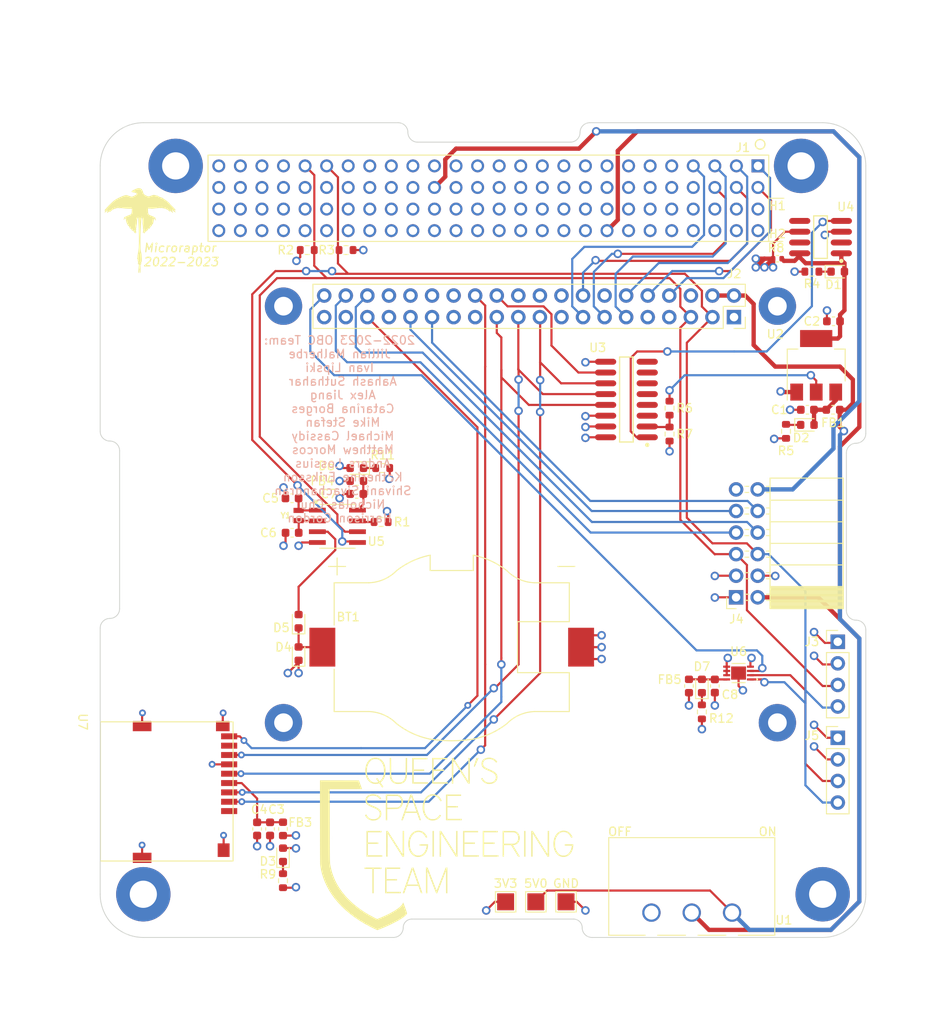
<source format=kicad_pcb>
(kicad_pcb (version 20211014) (generator pcbnew)
  (layers (0 "F.Cu" signal) (1 "In1.Cu" signal) (2 "In2.Cu" signal) (31 "B.Cu" signal) (34 "B.Paste" user) (35 "F.Paste" user) (36 "B.SilkS" user "B.Silkscreen") (37 "F.SilkS" user "F.Silkscreen") (38 "B.Mask" user) (39 "F.Mask" user) (44 "Edge.Cuts" user))
  (net 0 "")
  (net 5 "COMM_TXD")
  (net 6 "COMM_RXD")
  (net 7 "COMM_CTS")
  (net 8 "COMM_RTS")
  (net 9 "ADCS_INT")
  (net 10 "EPS_INT")
  (net 11 "BAT_INT")
  (net 36 "5VUSB_CHG")
  (net 45 "I2C_SDA1")
  (net 47 "I2C_SCL1")
  (net 61 "GND")
  (net 65 "SW7_5V_Input")
  (net 67 "+3V3")
  (net 71 "+5V")
  (net 93 "SPI1_MOSI")
  (net 94 "SPI1_MISO")
  (net 101 "SPI1_CLK")
  (net 102 "SPI1_CE0_N")
  (net 109 "SPI1_CE1_N")
  (net 112 "GPIO5")
  (net 113 "GPIO6")
  (net 114 "GPIO12")
  (net 115 "GPIO13")
  (net 116 "GPIO19")
  (net 117 "GPIO16")
  (net 118 "GPIO26")
  (net 119 "GPIO20")
  (net 120 "GPIO21")
  (net 121 "GND_CHG")
  (net 122 "RTC_MFP")
  (net 124 "Net-(C1-Pad2)")
  (net 125 "Net-(D2-Pad1)")
  (net 126 "/current-monitor/PM_Input")
  (net 127 "/current-monitor/CH1")
  (net 134 "Net-(U3-Pad1)")
  (net 138 "Net-(D3-Pad1)")
  (net 139 "Net-(BT1-Pad+)")
  (net 140 "XCO1")
  (net 141 "XCO2")
  (net 142 "Net-(C7-Pad2)")
  (net 143 "VCC_BAT")
  (net 144 "Net-(D6-Pad1)")
  (net 145 "Net-(C8-Pad1)")
  (net 146 "Net-(D7-Pad1)")
  (net 151 "Net-(D1-Pad1)")
  (net 152 "VCC_RPI_3V3")
  (net 153 "Net-(C3-Pad1)")
  (footprint "LED_SMD:LED_0603_1608Metric" (layer "F.Cu") (at 130.75 133.15 90)
    (fp_text reference "D3")
    (fp_text value "LED")
  )
  (footprint "Resistor_SMD:R_0402_1005Metric" (layer "F.Cu") (at 188.976 62.992 180)
    (fp_text reference "R8")
    (fp_text value "100m")
  )
  (footprint "MountingHole:MountingHole_3.2mm_M3_Pad_TopBottom" (layer "F.Cu") (at 191.77 52.07)
    (fp_text reference "H2")
    (fp_text value "MountingHole_Pad")
  )
  (footprint "Daughterboard_footprints:Logosmaller" (layer "F.Cu") (at 150.114 131.572)
    (fp_text reference "G***" hide)
    (fp_text value "LOGO" hide)
  )
  (footprint "LED_SMD:LED_0603_1608Metric" (layer "F.Cu") (at 180.086 113.284 90)
    (fp_text reference "D7")
    (fp_text value "LED")
  )
  (footprint "Package_TO_SOT_SMD:SOT-223-3_TabPin2" (layer "F.Cu") (at 193.548 75.54 90)
    (fp_text reference "U2")
    (fp_text value "AZ1117IH-3.3TRG1")
  )
  (footprint "Resistor_SMD:R_0603_1608Metric" (layer "F.Cu") (at 189.992 83.312 -90)
    (fp_text reference "R5")
    (fp_text value "2.2k")
  )
  (footprint "TestPoint:TestPoint_Pad_2.0x2.0mm" (layer "F.Cu") (at 164.084 138.684)
    (fp_text reference "TP3")
    (fp_text value "GND")
  )
  (footprint "Resistor_SMD:R_0603_1608Metric" (layer "F.Cu") (at 193.04 64.516 180)
    (fp_text reference "R4")
    (fp_text value "2.2k")
  )
  (footprint "Capacitor_SMD:C_0603_1608Metric" (layer "F.Cu") (at 195.58 70.358 180)
    (fp_text reference "C2")
    (fp_text value "22uF")
  )
  (footprint "MountingHole:MountingHole_3.2mm_M3_Pad_TopBottom" (layer "F.Cu") (at 118.11 52.07)
    (fp_text reference "H1")
    (fp_text value "MountingHole_Pad")
  )
  (footprint "Resistor_SMD:R_0603_1608Metric" (layer "F.Cu") (at 138.176 61.976 180)
    (fp_text reference "R3")
    (fp_text value "10k")
  )
  (footprint "Capacitor_SMD:C_0603_1608Metric" (layer "F.Cu") (at 131.826 95.25)
    (fp_text reference "C6")
    (fp_text value "18pF")
  )
  (footprint "MountingHole:MountingHole_2.2mm_M2_Pad_TopBottom" (layer "F.Cu") (at 188.976 117.602)
    (fp_text reference "H8")
    (fp_text value "MountingHole_Pad")
  )
  (footprint "qset-footprints:BAT_BHSD-2032-SM" (layer "F.Cu") (at 150.622 108.712)
    (fp_text reference "BT1")
    (fp_text value "BHSD-2032-SM")
  )
  (footprint "Connector_PinHeader_2.54mm:PinHeader_1x04_P2.54mm_Vertical" (layer "F.Cu") (at 196.088 108.077)
    (fp_text reference "J3")
    (fp_text value "Temp Sens1 Connector ")
  )
  (footprint "qset-footprints:L102021MS02Q" (layer "F.Cu") (at 183.642 139.954 180)
    (fp_text reference "U1")
    (fp_text value "L102021MS02Q")
  )
  (footprint "qset-footprints:MCP9808T-E&slash_MC" (layer "F.Cu") (at 184.404 111.75965 180)
    (fp_text reference "U6")
    (fp_text value "MCP9808T-E/MC")
  )
  (footprint "Resistor_SMD:R_0603_1608Metric" (layer "F.Cu") (at 142.303 93.98 180)
    (fp_text reference "R1")
    (fp_text value "10k")
  )
  (footprint "Capacitor_SMD:C_0603_1608Metric" (layer "F.Cu") (at 129.226 130.102 -90)
    (fp_text reference "C3")
    (fp_text value "10uF")
  )
  (footprint "MountingHole:MountingHole_3.2mm_M3_Pad_TopBottom" (layer "F.Cu") (at 114.3 137.795)
    (fp_text reference "H4")
    (fp_text value "MountingHole_Pad")
  )
  (footprint "Resistor_SMD:R_0603_1608Metric" (layer "F.Cu") (at 176.276 80.581 -90)
    (fp_text reference "R6")
    (fp_text value "20k")
  )
  (footprint "qset-footprints:microraptor" (layer "F.Cu") (at 113.919 59.69)
    (fp_text reference "G***")
    (fp_text value "LOGO" hide)
  )
  (footprint "Connector_PinSocket_2.54mm:PinSocket_2x20_P2.54mm_Vertical" (layer "F.Cu") (at 183.866 69.87 -90)
    (fp_text reference "J2")
    (fp_text value "Raspberry Pi 4 Connector")
  )
  (footprint "Capacitor_SMD:C_0603_1608Metric" (layer "F.Cu") (at 127.702 130.102 -90)
    (fp_text reference "C4")
    (fp_text value "0.1uF")
  )
  (footprint "Capacitor_SMD:C_0603_1608Metric" (layer "F.Cu") (at 131.813 91.186)
    (fp_text reference "C5")
    (fp_text value "18pF")
  )
  (footprint "qset-footprints:Maxim-MAX4372FESA+-Level_A" (layer "F.Cu") (at 194.056 60.452 180)
    (fp_text reference "U4")
    (fp_text value "MAX4372FESA+")
  )
  (footprint "Diode_SMD:D_0603_1608Metric" (layer "F.Cu") (at 132.588 109.474 90)
    (fp_text reference "D4")
    (fp_text value "DIODE")
  )
  (footprint "qset-footprints:MCP79400T-I&slash_SN" (layer "F.Cu") (at 137.16 94.488)
    (fp_text reference "U5")
    (fp_text value "MCP79400T-I/SN")
  )
  (footprint "Connector_PinSocket_2.54mm:PinSocket_2x06_P2.54mm_Horizontal" (layer "F.Cu") (at 184.113 102.845 180)
    (fp_text reference "J4")
    (fp_text value "Test Connector")
  )
  (footprint "MountingHole:MountingHole_2.2mm_M2_Pad_TopBottom" (layer "F.Cu") (at 130.81 68.58)
    (fp_text reference "H5")
    (fp_text value "MountingHole_Pad")
  )
  (footprint "Inductor_SMD:L_0603_1608Metric" (layer "F.Cu") (at 130.75 130.102 90)
    (fp_text reference "FB3")
    (fp_text value "100R @ 100 MHz")
  )
  (footprint "Inductor_SMD:L_0603_1608Metric" (layer "F.Cu") (at 178.562 113.284 90)
    (fp_text reference "FB5")
    (fp_text value "100R @ 100 MHz")
  )
  (footprint "qset-footprints:MR01A-01211" (layer "F.Cu") (at 109.25 117.5 -90)
    (fp_text reference "U7")
    (fp_text value "MR01A-01211")
  )
  (footprint "TestPoint:TestPoint_Pad_2.0x2.0mm" (layer "F.Cu") (at 156.972 138.684)
    (fp_text reference "TP1")
    (fp_text value "3V3")
  )
  (footprint "LED_SMD:LED_0603_1608Metric" (layer "F.Cu") (at 192.5065 82.55)
    (fp_text reference "D2")
    (fp_text value "LED")
  )
  (footprint "MountingHole:MountingHole_2.2mm_M2_Pad_TopBottom" (layer "F.Cu") (at 130.81 117.602)
    (fp_text reference "H7")
    (fp_text value "MountingHole_Pad")
  )
  (footprint "LED_SMD:LED_0603_1608Metric" (layer "F.Cu") (at 139.446 87.63 180)
    (fp_text reference "D6")
    (fp_text value "LED")
  )
  (footprint "pc104-template:pc104-connector" (layer "F.Cu") (at 156.21 54.61 -90)
    (fp_text reference "J1")
    (fp_text value "PC104_Connector")
  )
  (footprint "qset-footprints:Microchip-MCP3008-I_SL-Level_A" (layer "F.Cu") (at 171.196 79.565 180)
    (fp_text reference "U3")
    (fp_text value "MCP3008-I/SL")
  )
  (footprint "Inductor_SMD:L_0603_1608Metric" (layer "F.Cu") (at 195.529 80.772)
    (fp_text reference "FB1")
    (fp_text value "100R @ 100 MHz")
  )
  (footprint "Resistor_SMD:R_0603_1608Metric" (layer "F.Cu") (at 130.75 136.198 -90)
    (fp_text reference "R9")
    (fp_text value "2.2k")
  )
  (footprint "Resistor_SMD:R_0603_1608Metric" (layer "F.Cu") (at 133.604 61.976)
    (fp_text reference "R2")
    (fp_text value "10k")
  )
  (footprint "MountingHole:MountingHole_2.2mm_M2_Pad_TopBottom" (layer "F.Cu") (at 188.976 68.58)
    (fp_text reference "H6")
    (fp_text value "MountingHole_Pad")
  )
  (footprint "Capacitor_SMD:C_0603_1608Metric" (layer "F.Cu") (at 181.61 113.284 -90)
    (fp_text reference "C8")
    (fp_text value "0.1uF")
  )
  (footprint "Inductor_SMD:L_0603_1608Metric" (layer "F.Cu") (at 139.446 89.154)
    (fp_text reference "FB4")
    (fp_text value "100R @ 100 MHz")
  )
  (footprint "TestPoint:TestPoint_Pad_2.0x2.0mm" (layer "F.Cu") (at 160.528 138.684)
    (fp_text reference "TP2")
    (fp_text value "5V0")
  )
  (footprint "Resistor_SMD:R_0603_1608Metric" (layer "F.Cu") (at 142.494 87.63)
    (fp_text reference "R11")
    (fp_text value "2.2k")
  )
  (footprint "qset-footprints:XTAL_CM9V-T1A-32.768KHZ-9PF-20PPM-TA-QC" (layer "F.Cu") (at 132.588 93.218 -90)
    (fp_text reference "Y1")
    (fp_text value "CM9V-T1A")
  )
  (footprint "Resistor_SMD:R_0603_1608Metric" (layer "F.Cu") (at 180.086 116.332 -90)
    (fp_text reference "R12")
    (fp_text value "2.2k")
  )
  (footprint "MountingHole:MountingHole_3.2mm_M3_Pad_TopBottom" (layer "F.Cu") (at 194.31 137.795)
    (fp_text reference "H3")
    (fp_text value "MountingHole_Pad")
  )
  (footprint "Diode_SMD:D_0603_1608Metric" (layer "F.Cu") (at 132.588 105.664 90)
    (fp_text reference "D5")
    (fp_text value "DIODE")
  )
  (footprint "Resistor_SMD:R_0603_1608Metric" (layer "F.Cu") (at 176.276 83.629 -90)
    (fp_text reference "R7")
    (fp_text value "10k")
  )
  (footprint "Capacitor_SMD:C_0603_1608Metric" (layer "F.Cu") (at 139.433 90.678)
    (fp_text reference "C7")
    (fp_text value "10uF")
  )
  (footprint "Connector_PinHeader_2.54mm:PinHeader_1x04_P2.54mm_Vertical" (layer "F.Cu") (at 196.088 119.38)
    (fp_text reference "J5")
    (fp_text value "Temp Sens2 Connector")
  )
  (footprint "Capacitor_SMD:C_0603_1608Metric" (layer "F.Cu") (at 192.5065 80.772)
    (fp_text reference "C1")
    (fp_text value "22uF")
  )
  (footprint "LED_SMD:LED_0603_1608Metric" (layer "F.Cu") (at 196.088 64.516)
    (fp_text reference "D1")
    (fp_text value "LED")
  )
  (gr_circle (center 186.944 49.53) (end 187.452 49.276) (layer "F.SilkS") (width 0.15) (fill none))
  (gr_arc (start 109.22 52.07) (mid 110.707898 48.477898) (end 114.3 46.99) (layer "Edge.Cuts") (width 0.1))
  (gr_arc (start 144.318223 46.99) (mid 145.126446 47.324777) (end 145.461223 48.133) (layer "Edge.Cuts") (width 0.1))
  (gr_line (start 199.39 83.566) (end 199.39 52.07) (layer "Edge.Cuts") (width 0.1))
  (gr_arc (start 110.363 84.455) (mid 111.171223 84.789777) (end 111.506 85.598) (layer "Edge.Cuts") (width 0.1))
  (gr_arc (start 109.22 106.472223) (mid 109.554777 105.664) (end 110.363 105.329223) (layer "Edge.Cuts") (width 0.1))
  (gr_line (start 146.604223 49.276) (end 164.592 49.276) (layer "Edge.Cuts") (width 0.1))
  (gr_arc (start 199.39 137.795) (mid 197.902102 141.387102) (end 194.31 142.875) (layer "Edge.Cuts") (width 0.1))
  (gr_arc (start 199.39 83.566) (mid 199.055223 84.374223) (end 198.247 84.709) (layer "Edge.Cuts") (width 0.1))
  (gr_line (start 114.3 46.99) (end 144.318223 46.99) (layer "Edge.Cuts") (width 0.1))
  (gr_line (start 109.22 106.472223) (end 109.22 137.795) (layer "Edge.Cuts") (width 0.1))
  (gr_arc (start 165.735 48.133) (mid 165.400223 48.941223) (end 164.592 49.276) (layer "Edge.Cuts") (width 0.1))
  (gr_arc (start 197.104 85.852) (mid 197.438777 85.043777) (end 198.247 84.709) (layer "Edge.Cuts") (width 0.1))
  (gr_arc (start 165.735 48.133) (mid 166.069777 47.324777) (end 166.878 46.99) (layer "Edge.Cuts") (width 0.1))
  (gr_line (start 166.878 46.99) (end 194.31 46.99) (layer "Edge.Cuts") (width 0.1))
  (gr_arc (start 167.132 142.875) (mid 166.323777 142.540223) (end 165.989 141.732) (layer "Edge.Cuts") (width 0.1))
  (gr_arc (start 198.247 105.537) (mid 197.438777 105.202223) (end 197.104 104.394) (layer "Edge.Cuts") (width 0.1))
  (gr_line (start 167.132 142.875) (end 194.31 142.875) (layer "Edge.Cuts") (width 0.1))
  (gr_line (start 197.104 104.394) (end 197.104 85.852) (layer "Edge.Cuts") (width 0.1))
  (gr_line (start 199.39 137.795) (end 199.39 106.68) (layer "Edge.Cuts") (width 0.1))
  (gr_line (start 114.3 142.875) (end 143.764 142.875) (layer "Edge.Cuts") (width 0.1))
  (gr_line (start 145.923 140.716) (end 164.973 140.716) (layer "Edge.Cuts") (width 0.1))
  (gr_arc (start 144.907 141.732) (mid 145.20458 141.01358) (end 145.923 140.716) (layer "Edge.Cuts") (width 0.1))
  (gr_arc (start 164.973 140.716) (mid 165.69142 141.01358) (end 165.989 141.732) (layer "Edge.Cuts") (width 0.1))
  (gr_arc (start 144.907 141.732) (mid 144.572223 142.540223) (end 143.764 142.875) (layer "Edge.Cuts") (width 0.1))
  (gr_arc (start 198.247 105.537) (mid 199.055223 105.871777) (end 199.39 106.68) (layer "Edge.Cuts") (width 0.1))
  (gr_arc (start 146.604223 49.276) (mid 145.796 48.941223) (end 145.461223 48.133) (layer "Edge.Cuts") (width 0.1))
  (gr_line (start 111.506 85.598) (end 111.506 104.186223) (layer "Edge.Cuts") (width 0.1))
  (gr_arc (start 111.506 104.186223) (mid 111.171223 104.994446) (end 110.363 105.329223) (layer "Edge.Cuts") (width 0.1))
  (gr_line (start 109.22 52.07) (end 109.22 83.312) (layer "Edge.Cuts") (width 0.1))
  (gr_arc (start 114.3 142.875) (mid 110.707898 141.387102) (end 109.22 137.795) (layer "Edge.Cuts") (width 0.1))
  (gr_arc (start 194.31 46.99) (mid 197.902102 48.477898) (end 199.39 52.07) (layer "Edge.Cuts") (width 0.1))
  (gr_arc (start 110.363 84.455) (mid 109.554777 84.120223) (end 109.22 83.312) (layer "Edge.Cuts") (width 0.1))
  (gr_text "2022-2023 OBC Team:\nJillian Malherbe\nIvan Lipski\nAahash Suthahar \nAlex Jiang \nCatarina Borges \nMike Stefan \nMichael Cassidy \nMatthew Morcos \nAnders Lossius \nKatherine Eriksson \nShivani Sivachandran \nNicholas Chu \nHarrison Gordon" (at 137.414 83.058) (layer "B.SilkS") (effects (font (size 1 1)) (justify mirror)))
  (gr_text "ON" (at 187.833 130.429) (layer "F.SilkS") (effects (font (size 1 1))))
  (gr_text "OFF" (at 170.434 130.429) (layer "F.SilkS") (effects (font (size 1 1))))
  (gr_text "2022-2023" (at 118.745 63.373) (layer "F.SilkS") (effects (font (size 1 1) (thickness 0.15) italic)))
  (gr_text "Microraptor" (at 118.618 61.722) (layer "F.SilkS") (effects (font (size 1 1) (thickness 0.15) italic)))
  (segment (start 188.112517 53.492517) (end 186.69 52.07) (width 0.254) (layer "B.Cu") (net 5))
  (segment (start 187.125 60.779) (end 187.141079 60.779) (width 0.254) (layer "B.Cu") (net 5))
  (segment (start 176.246 67.33) (end 178.298 65.278) (width 0.254) (layer "B.Cu") (net 5))
  (segment (start 188.112517 59.807562) (end 188.112517 53.492517) (width 0.254) (layer "B.Cu") (net 5))
  (segment (start 178.298 65.278) (end 182.626 65.278) (width 0.254) (layer "B.Cu") (net 5))
  (segment (start 182.626 65.278) (end 187.125 60.779) (width 0.254) (layer "B.Cu") (net 5))
  (segment (start 187.141079 60.779) (end 188.112517 59.807562) (width 0.254) (layer "B.Cu") (net 5))
  (segment (start 188.214 56.134) (end 188.214 59.706079) (width 0.254) (layer "F.Cu") (net 6))
  (segment (start 183.468579 64.4515) (end 182.118 64.4515) (width 0.254) (layer "F.Cu") (net 6))
  (segment (start 186.69 54.61) (end 188.214 56.134) (width 0.254) (layer "F.Cu") (net 6))
  (segment (start 188.214 59.706079) (end 183.468579 64.4515) (width 0.254) (layer "F.Cu") (net 6))
  (via (at 182.118 64.4515) (size 1) (drill 0.6) (layers "F.Cu" "B.Cu") (net 6))
  (segment (start 182.118 64.4515) (end 176.5845 64.4515) (width 0.254) (layer "B.Cu") (net 6))
  (segment (start 176.5845 64.4515) (end 173.706 67.33) (width 0.254) (layer "B.Cu") (net 6))
  (segment (start 172.72 65.786) (end 175.006 63.5) (width 0.254) (layer "B.Cu") (net 7))
  (segment (start 185.42 61.214) (end 185.42 53.34) (width 0.254) (layer "B.Cu") (net 7))
  (segment (start 175.006 63.5) (end 183.134 63.5) (width 0.254) (layer "B.Cu") (net 7))
  (segment (start 183.134 63.5) (end 185.42 61.214) (width 0.254) (layer "B.Cu") (net 7))
  (segment (start 172.71 65.786) (end 172.72 65.786) (width 0.254) (layer "B.Cu") (net 7))
  (segment (start 185.42 53.34) (end 184.15 52.07) (width 0.254) (layer "B.Cu") (net 7))
  (segment (start 171.166 67.33) (end 172.71 65.786) (width 0.254) (layer "B.Cu") (net 7))
  (segment (start 167.6405 63.2465) (end 183.3875 63.2465) (width 0.254) (layer "F.Cu") (net 8))
  (segment (start 185.42 61.214) (end 185.42 55.88) (width 0.254) (layer "F.Cu") (net 8))
  (segment (start 167.563576 63.169576) (end 167.6405 63.2465) (width 0.254) (layer "F.Cu") (net 8))
  (segment (start 185.42 55.88) (end 184.15 54.61) (width 0.254) (layer "F.Cu") (net 8))
  (segment (start 183.3875 63.2465) (end 185.42 61.214) (width 0.254) (layer "F.Cu") (net 8))
  (via (at 167.563576 63.169576) (size 1) (drill 0.6) (layers "F.Cu" "B.Cu") (net 8))
  (segment (start 167.563576 63.169576) (end 166.086 64.647152) (width 0.254) (layer "B.Cu") (net 8))
  (segment (start 166.086 64.647152) (end 166.086 67.33) (width 0.254) (layer "B.Cu") (net 8))
  (segment (start 169.926 68.63) (end 171.166 69.87) (width 0.254) (layer "B.Cu") (net 9))
  (segment (start 171.958 62.738) (end 169.926 64.77) (width 0.254) (layer "B.Cu") (net 9))
  (segment (start 181.356 62.738) (end 171.958 62.738) (width 0.254) (layer "B.Cu") (net 9))
  (segment (start 181.61 52.07) (end 182.88 53.34) (width 0.254) (layer "B.Cu") (net 9))
  (segment (start 182.88 53.34) (end 182.88 61.214) (width 0.254) (layer "B.Cu") (net 9))
  (segment (start 169.926 64.77) (end 169.926 68.63) (width 0.254) (layer "B.Cu") (net 9))
  (segment (start 182.88 61.214) (end 181.356 62.738) (width 0.254) (layer "B.Cu") (net 9))
  (segment (start 182.88 57.658) (end 182.88 60.96) (width 0.254) (layer "F.Cu") (net 10))
  (segment (start 181.61 54.61) (end 182.88 55.88) (width 0.254) (layer "F.Cu") (net 10))
  (segment (start 182.88 55.88) (end 182.88 57.658) (width 0.254) (layer "F.Cu") (net 10))
  (segment (start 181.42 62.42) (end 170.18 62.42) (width 0.254) (layer "F.Cu") (net 10))
  (segment (start 182.88 60.96) (end 181.42 62.42) (width 0.254) (layer "F.Cu") (net 10))
  (via (at 170.18 62.42) (size 1) (drill 0.6) (layers "F.Cu" "B.Cu") (net 10))
  (segment (start 169.482 62.42) (end 167.35455 64.54745) (width 0.254) (layer "B.Cu") (net 10))
  (segment (start 170.18 62.42) (end 169.482 62.42) (width 0.254) (layer "B.Cu") (net 10))
  (segment (start 168.626 69.87) (end 167.35455 68.59855) (width 0.254) (layer "B.Cu") (net 10))
  (segment (start 167.35455 68.59855) (end 167.35455 64.54745) (width 0.254) (layer "B.Cu") (net 10))
  (segment (start 179.07 52.07) (end 180.34 53.34) (width 0.254) (layer "B.Cu") (net 11))
  (segment (start 180.34 60.198) (end 178.945 61.593) (width 0.254) (layer "B.Cu") (net 11))
  (segment (start 164.81455 68.59855) (end 166.086 69.87) (width 0.254) (layer "B.Cu") (net 11))
  (segment (start 180.34 53.34) (end 180.34 60.198) (width 0.254) (layer "B.Cu") (net 11))
  (segment (start 166.245 61.593) (end 164.81455 63.02345) (width 0.254) (layer "B.Cu") (net 11))
  (segment (start 164.81455 63.02345) (end 164.81455 68.59855) (width 0.254) (layer "B.Cu") (net 11))
  (segment (start 178.945 61.593) (end 166.245 61.593) (width 0.254) (layer "B.Cu") (net 11))
  (segment (start 165.608 50.038) (end 167.64 48.006) (width 0.508) (layer "F.Cu") (net 36))
  (segment (start 148.59 54.61) (end 149.86 53.34) (width 0.508) (layer "F.Cu") (net 36))
  (segment (start 151.13 50.038) (end 165.608 50.038) (width 0.508) (layer "F.Cu") (net 36))
  (segment (start 149.86 53.34) (end 149.86 51.308) (width 0.508) (layer "F.Cu") (net 36))
  (segment (start 149.86 51.308) (end 151.13 50.038) (width 0.508) (layer "F.Cu") (net 36))
  (via (at 167.64 48.006) (size 1) (drill 0.6) (layers "F.Cu" "B.Cu") (net 36))
  (segment (start 195.58 48.006) (end 198.628 51.054) (width 0.508) (layer "B.Cu") (net 36))
  (segment (start 195.58 82.804) (end 195.58 85.344) (width 0.508) (layer "B.Cu") (net 36))
  (segment (start 198.628 51.054) (end 198.628 79.756) (width 0.508) (layer "B.Cu") (net 36))
  (segment (start 167.64 48.006) (end 195.58 48.006) (width 0.508) (layer "B.Cu") (net 36))
  (segment (start 198.628 79.756) (end 195.58 82.804) (width 0.508) (layer "B.Cu") (net 36))
  (segment (start 190.779 90.145) (end 186.653 90.145) (width 0.508) (layer "B.Cu") (net 36))
  (segment (start 195.58 85.344) (end 190.779 90.145) (width 0.508) (layer "B.Cu") (net 36))
  (segment (start 185.801 112.509651) (end 187.125501 112.509651) (width 0.254) (layer "F.Cu") (net 45))
  (segment (start 127.127 67.183) (end 127.127 84.328) (width 0.254) (layer "F.Cu") (net 45))
  (segment (start 138.43 64.77) (end 137.223 63.563) (width 0.254) (layer "F.Cu") (net 45))
  (segment (start 187.125501 112.509651) (end 187.452 112.83615) (width 0.254) (layer "F.Cu") (net 45))
  (segment (start 180.086 66.773099) (end 178.082901 64.77) (width 0.254) (layer "F.Cu") (net 45))
  (segment (start 139.402562 96.273362) (end 139.5222 96.393) (width 0.254) (layer "F.Cu") (net 45))
  (segment (start 180.086 68.63) (end 180.086 66.773099) (width 0.254) (layer "F.Cu") (net 45))
  (segment (start 178.308 72.888) (end 178.308 93.472) (width 0.254) (layer "F.Cu") (net 45))
  (segment (start 129.8585 64.4515) (end 127.127 67.183) (width 0.254) (layer "F.Cu") (net 45))
  (segment (start 185.37845 96.49045) (end 181.32645 96.49045) (width 0.254) (layer "F.Cu") (net 45))
  (segment (start 137.223 63.563) (end 137.223 53.403) (width 0.254) (layer "F.Cu") (net 45))
  (segment (start 137.7325 96.273362) (end 139.402562 96.273362) (width 0.254) (layer "F.Cu") (net 45))
  (segment (start 181.326 69.87) (end 180.086 68.63) (width 0.254) (layer "F.Cu") (net 45))
  (segment (start 181.326 69.87) (end 178.308 72.888) (width 0.254) (layer "F.Cu") (net 45))
  (segment (start 133.477 64.4515) (end 129.8585 64.4515) (width 0.254) (layer "F.Cu") (net 45))
  (segment (start 181.32645 96.49045) (end 178.308 93.472) (width 0.254) (layer "F.Cu") (net 45))
  (segment (start 185.37845 96.49045) (end 186.653 97.765) (width 0.254) (layer "F.Cu") (net 45))
  (segment (start 178.082901 64.77) (end 138.43 64.77) (width 0.254) (layer "F.Cu") (net 45))
  (segment (start 137.223 53.403) (end 135.89 52.07) (width 0.254) (layer "F.Cu") (net 45))
  (segment (start 127.127 84.328) (end 132.461 89.662) (width 0.254) (layer "F.Cu") (net 45))
  (segment (start 136.8435 64.77) (end 136.525 64.4515) (width 0.254) (layer "F.Cu") (net 45))
  (segment (start 138.43 64.77) (end 136.8435 64.77) (width 0.254) (layer "F.Cu") (net 45))
  (via (at 133.477 64.4515) (size 1) (drill 0.6) (layers "F.Cu" "B.Cu") (net 45))
  (via (at 132.461 89.662) (size 1) (drill 0.6) (layers "F.Cu" "B.Cu") (net 45))
  (via (at 187.452 112.83615) (size 1) (drill 0.6) (layers "F.Cu" "B.Cu") (net 45))
  (via (at 136.525 64.4515) (size 1) (drill 0.6) (layers "F.Cu" "B.Cu") (net 45))
  (via (at 137.7325 96.273362) (size 1) (drill 0.6) (layers "F.Cu" "B.Cu") (net 45))
  (segment (start 192.278 113.792) (end 192.278 115.316) (width 0.254) (layer "B.Cu") (net 45))
  (segment (start 194.31 115.824) (end 196.088 115.824) (width 0.254) (layer "B.Cu") (net 45))
  (segment (start 192.278 124.968) (end 194.31 127) (width 0.254) (layer "B.Cu") (net 45))
  (segment (start 187.452 112.83615) (end 189.79815 112.83615) (width 0.254) (layer "B.Cu") (net 45))
  (segment (start 186.653 97.765) (end 187.935 97.765) (width 0.254) (layer "B.Cu") (net 45))
  (segment (start 192.278 115.316) (end 192.278 124.968) (width 0.254) (layer "B.Cu") (net 45))
  (segment (start 136.525 64.4515) (end 133.477 64.4515) (width 0.254) (layer "B.Cu") (net 45))
  (segment (start 187.935 97.765) (end 192.278 102.108) (width 0.254) (layer "B.Cu") (net 45))
  (segment (start 137.7325 94.9335) (end 137.7325 96.273362) (width 0.254) (layer "B.Cu") (net 45))
  (segment (start 192.278 113.792) (end 194.31 115.824) (width 0.254) (layer "B.Cu") (net 45))
  (segment (start 189.79815 112.83615) (end 192.278 115.316) (width 0.254) (layer "B.Cu") (net 45))
  (segment (start 192.278 102.108) (end 192.278 113.792) (width 0.254) (layer "B.Cu") (net 45))
  (segment (start 194.31 127) (end 196.088 127) (width 0.254) (layer "B.Cu") (net 45))
  (segment (start 132.461 89.662) (end 137.7325 94.9335) (width 0.254) (layer "B.Cu") (net 45))
  (segment (start 133.35 52.07) (end 134.439 53.159) (width 0.254) (layer "F.Cu") (net 47))
  (segment (start 181.635 97.765) (end 184.113 97.765) (width 0.254) (layer "F.Cu") (net 47))
  (segment (start 178.786 69.87) (end 177.546 68.63) (width 0.254) (layer "F.Cu") (net 47))
  (segment (start 177.546 68.63) (end 177.546 66.548) (width 0.254) (layer "F.Cu") (net 47))
  (segment (start 128.016 83.947) (end 137.16 93.091) (width 0.254) (layer "F.Cu") (net 47))
  (segment (start 130.048 65.278) (end 128.016 67.31) (width 0.254) (layer "F.Cu") (net 47))
  (segment (start 177.546 93.726) (end 181.61 97.79) (width 0.254) (layer "F.Cu") (net 47))
  (segment (start 178.786 69.87) (end 177.546 71.11) (width 0.254) (layer "F.Cu") (net 47))
  (segment (start 135.89 65.278) (end 130.048 65.278) (width 0.254) (layer "F.Cu") (net 47))
  (segment (start 177.546 71.11) (end 177.546 93.726) (width 0.254) (layer "F.Cu") (net 47))
  (segment (start 181.61 97.79) (end 181.635 97.765) (width 0.254) (layer "F.Cu") (net 47))
  (segment (start 138.049 95.123) (end 139.5222 95.123) (width 0.254) (layer "F.Cu") (net 47))
  (segment (start 196.088 124.46) (end 194.31 124.46) (width 0.254) (layer "F.Cu") (net 47))
  (segment (start 137.16 94.234) (end 138.049 95.123) (width 0.254) (layer "F.Cu") (net 47))
  (segment (start 192.278 122.428) (end 192.278 113.792) (width 0.254) (layer "F.Cu") (net 47))
  (segment (start 134.439 53.159) (end 134.439 62.22) (width 0.254) (layer "F.Cu") (net 47))
  (segment (start 194.31 124.46) (end 192.278 122.428) (width 0.254) (layer "F.Cu") (net 47))
  (segment (start 190.49565 112.00965) (end 192.278 113.792) (width 0.254) (layer "F.Cu") (net 47))
  (segment (start 134.429 63.817) (end 134.429 61.976) (width 0.254) (layer "F.Cu") (net 47))
  (segment (start 177.546 66.548) (end 176.276 65.278) (width 0.254) (layer "F.Cu") (net 47))
  (segment (start 137.16 93.091) (end 137.16 94.234) (width 0.254) (layer "F.Cu") (net 47))
  (segment (start 135.89 65.278) (end 134.429 63.817) (width 0.254) (layer "F.Cu") (net 47))
  (segment (start 176.276 65.278) (end 135.89 65.278) (width 0.254) (layer "F.Cu") (net 47))
  (segment (start 184.113 97.765) (end 185.38445 99.03645) (width 0.254) (layer "F.Cu") (net 47))
  (segment (start 192.278 113.792) (end 192.278 111.252) (width 0.254) (layer "F.Cu") (net 47))
  (segment (start 196.088 113.284) (end 194.31 113.284) (width 0.254) (layer "F.Cu") (net 47))
  (segment (start 185.38445 104.35845) (end 192.278 111.252) (width 0.254) (layer "F.Cu") (net 47))
  (segment (start 185.801 112.00965) (end 190.49565 112.00965) (width 0.254) (layer "F.Cu") (net 47))
  (segment (start 185.38445 99.03645) (end 185.38445 104.35845) (width 0.254) (layer "F.Cu") (net 47))
  (segment (start 194.31 113.284) (end 192.278 111.252) (width 0.254) (layer "F.Cu") (net 47))
  (segment (start 128.016 67.31) (end 128.016 83.947) (width 0.254) (layer "F.Cu") (net 47))
  (segment (start 168.746 75.12) (end 166.434 75.12) (width 0.254) (layer "F.Cu") (net 61))
  (segment (start 184.113 100.305) (end 181.635 100.305) (width 0.254) (layer "F.Cu") (net 61))
  (segment (start 123.758 130.858) (end 123.75 130.85) (width 0.25) (layer "F.Cu") (net 61))
  (segment (start 123.758 132.605) (end 123.758 130.858) (width 0.25) (layer "F.Cu") (net 61))
  (segment (start 183.007 110.109) (end 183.134 109.982) (width 0.254) (layer "F.Cu") (net 61))
  (segment (start 131.038 90.144) (end 130.81 89.916) (width 0.254) (layer "F.Cu") (net 61))
  (segment (start 185.801 111.009649) (end 185.801 110.109) (width 0.254) (layer "F.Cu") (net 61))
  (segment (start 184.404 111.75965) (end 184.404 113.284) (width 0.254) (layer "F.Cu") (net 61))
  (segment (start 166.434 81.47) (end 166.37 81.534) (width 0.254) (layer "F.Cu") (net 61))
  (segment (start 196.506 59.817) (end 194.945 59.817) (width 0.254) (layer "F.Cu") (net 61))
  (segment (start 189.992 84.137) (end 188.659 84.137) (width 0.254) (layer "F.Cu") (net 61))
  (segment (start 114.158 116.492) (end 114.2 116.45) (width 0.25) (layer "F.Cu") (net 61))
  (segment (start 191.7315 80.772) (end 190.4745 80.772) (width 0.254) (layer "F.Cu") (net 61))
  (segment (start 132.969 96.393) (end 132.588 96.774) (width 0.254) (layer "F.Cu") (net 61))
  (segment (start 192.215 64.516) (end 191.008 64.516) (width 0.254) (layer "F.Cu") (net 61))
  (segment (start 181.635 100.305) (end 181.61 100.33) (width 0.254) (layer "F.Cu") (net 61))
  (segment (start 181.61 114.059) (end 181.61 115.57) (width 0.254) (layer "F.Cu") (net 61))
  (segment (start 165.857 108.712) (end 168.275 108.712) (width 0.254) (layer "F.Cu") (net 61))
  (segment (start 189.434 78.69) (end 189.357 78.613) (width 0.508) (layer "F.Cu") (net 61))
  (segment (start 137.922 90.678) (end 137.414 91.186) (width 0.254) (layer "F.Cu") (net 61))
  (segment (start 185.801 110.109) (end 185.928 109.982) (width 0.254) (layer "F.Cu") (net 61))
  (segment (start 131.051 96.533) (end 130.81 96.774) (width 0.254) (layer "F.Cu") (net 61))
  (segment (start 165.857 108.712) (end 167.254 110.109) (width 0.254) (layer "F.Cu") (net 61))
  (segment (start 130.75 137.023) (end 132.211 137.023) (width 0.254) (layer "F.Cu") (net 61))
  (segment (start 124.41 122.505) (end 122.405 122.505) (width 0.25) (layer "F.Cu") (net 61))
  (segment (start 114.158 133.505) (end 114.158 132.008) (width 0.25) (layer "F.Cu") (net 61))
  (segment (start 188.697 100.305) (end 188.722 100.33) (width 0.254) (layer "F.Cu") (net 61))
  (segment (start 143.319 88.837) (end 143.256 88.9) (width 0.254) (layer "F.Cu") (net 61))
  (segment (start 194.945 59.817) (end 194.564 60.198) (width 0.254) (layer "F.Cu") (net 61))
  (segment (start 184.404 113.284) (end 184.912 113.792) (width 0.254) (layer "F.Cu") (net 61))
  (segment (start 191.248 78.69) (end 189.434 78.69) (width 0.508) (layer "F.Cu") (net 61))
  (segment (start 183.007 111.009649) (end 183.007 110.109) (width 0.254) (layer "F.Cu") (net 61))
  (segment (start 168.746 81.47) (end 166.434 81.47) (width 0.254) (layer "F.Cu") (net 61))
  (segment (start 123.658 118.005) (end 123.658 116.492) (width 0.25) (layer "F.Cu") (net 61))
  (segment (start 132.211 137.023) (end 132.274 136.96) (width 0.254) (layer "F.Cu") (net 61))
  (segment (start 194.31 110.744) (end 193.294 109.728) (width 0.254) (layer "F.Cu") (net 61))
  (segment (start 183.007 112.00965) (end 183.007 111.50965) (width 0.254) (layer "F.Cu") (net 61))
  (segment (start 167.254 107.315) (end 168.275 107.315) (width 0.254) (layer "F.Cu") (net 61))
  (segment (start 131.038 91.186) (end 131.038 90.144) (width 0.254) (layer "F.Cu") (net 61))
  (segment (start 131.051 95.25) (end 131.051 96.533) (width 0.254) (layer "F.Cu") (net 61))
  (segment (start 143.319 87.63) (end 143.319 88.837) (width 0.254) (layer "F.Cu") (net 61))
  (segment (start 164.084 138.684) (end 165.354 138.684) (width 0.254) (layer "F.Cu") (net 61))
  (segment (start 196.088 110.744) (end 194.31 110.744) (width 0.254) (layer "F.Cu") (net 61))
  (segment (start 123.658 116.492) (end 123.7 116.45) (width 0.25) (layer "F.Cu") (net 61))
  (segment (start 186.653 100.305) (end 188.697 100.305) (width 0.254) (layer "F.Cu") (net 61))
  (segment (start 194.805 69.101) (end 194.818 69.088) (width 0.254) (layer "F.Cu") (net 61))
  (segment (start 183.007 111.50965) (end 183.007 111.009649) (width 0.254) (layer "F.Cu") (net 61))
  (segment (start 196.088 121.92) (end 194.818 121.92) (width 0.254) (layer "F.Cu") (net 61))
  (segment (start 166.434 75.12) (end 166.37 75.184) (width 0.254) (layer "F.Cu") (net 61))
  (segment (start 194.818 121.92) (end 193.294 120.396) (width 0.254) (layer "F.Cu") (net 61))
  (segment (start 194.805 70.358) (end 194.805 69.101) (width 0.254) (layer "F.Cu") (net 61))
  (segment (start 167.254 110.109) (end 168.275 110.109) (width 0.254) (layer "F.Cu") (net 61))
  (segment (start 114.158 118.005) (end 114.158 116.492) (width 0.25) (layer "F.Cu") (net 61))
  (segment (start 138.658 90.678) (end 137.922 90.678) (width 0.254) (layer "F.Cu") (net 61))
  (segment (start 134.7978 96.393) (end 132.969 96.393) (width 0.254) (layer "F.Cu") (net 61))
  (segment (start 129.226 130.877) (end 129.226 132.134) (width 0.254) (layer "F.Cu") (net 61))
  (segment (start 127.702 130.877) (end 127.702 132.134) (width 0.254) (layer "F.Cu") (net 61))
  (segment (start 188.659 84.137) (end 188.595 84.201) (width 0.254) (layer "F.Cu") (net 61))
  (segment (start 114.158 132.008) (end 114.15 132) (width 0.25) (layer "F.Cu") (net 61))
  (segment (start 122.405 122.505) (end 122.4 122.5) (width 0.25) (layer "F.Cu") (net 61))
  (segment (start 180.086 117.157) (end 180.086 118.364) (width 0.254) (layer "F.Cu") (net 61))
  (segment (start 165.354 138.684) (end 166.37 139.7) (width 0.254) (layer "F.Cu") (net 61))
  (segment (start 165.857 108.712) (end 167.254 107.315) (width 0.254) (layer "F.Cu") (net 61))
  (segment (start 176.276 84.454) (end 176.276 85.661) (width 0.254) (layer "F.Cu") (net 61))
  (via (at 193.294 109.728) (size 1) (drill 0.6) (layers "F.Cu" "B.Cu") (net 61))
  (via (at 193.294 120.396) (size 1) (drill 0.6) (layers "F.Cu" "B.Cu") (net 61))
  (via (at 143.256 88.9) (size 1) (drill 0.6) (layers "F.Cu" "B.Cu") (net 61))
  (via (at 168.275 107.315) (size 1) (drill 0.6) (layers "F.Cu" "B.Cu") (net 61))
  (via (at 130.81 89.916) (size 1) (drill 0.6) (layers "F.Cu" "B.Cu") (net 61))
  (via (at 123.75 130.85) (size 0.8) (drill 0.4) (layers "F.Cu" "B.Cu") (net 61))
  (via (at 114.15 132) (size 0.8) (drill 0.4) (layers "F.Cu" "B.Cu") (net 61))
  (via (at 132.274 136.96) (size 1) (drill 0.6) (layers "F.Cu" "B.Cu") (net 61))
  (via (at 189.357 78.613) (size 1) (drill 0.6) (layers "F.Cu" "B.Cu") (net 61))
  (via (at 188.722 100.33) (size 1) (drill 0.6) (layers "F.Cu" "B.Cu") (net 61))
  (via (at 114.2 116.45) (size 0.8) (drill 0.4) (layers "F.Cu" "B.Cu") (net 61))
  (via (at 185.928 109.982) (size 1) (drill 0.6) (layers "F.Cu" "B.Cu") (net 61))
  (via (at 127.702 132.134) (size 1) (drill 0.6) (layers "F.Cu" "B.Cu") (net 61))
  (via (at 194.818 69.088) (size 1) (drill 0.6) (layers "F.Cu" "B.Cu") (net 61))
  (via (at 188.595 84.201) (size 1) (drill 0.6) (layers "F.Cu" "B.Cu") (net 61))
  (via (at 183.134 109.982) (size 1) (drill 0.6) (layers "F.Cu" "B.Cu") (net 61))
  (via (at 122.4 122.5) (size 0.8) (drill 0.4) (layers "F.Cu" "B.Cu") (net 61))
  (via (at 130.81 96.774) (size 1) (drill 0.6) (layers "F.Cu" "B.Cu") (net 61))
  (via (at 132.588 96.774) (size 1) (drill 0.6) (layers "F.Cu" "B.Cu") (net 61))
  (via (at 168.275 110.109) (size 1) (drill 0.6) (layers "F.Cu" "B.Cu") (net 61))
  (via (at 191.008 64.516) (size 1) (drill 0.6) (layers "F.Cu" "B.Cu") (net 61))
  (via (at 123.7 116.45) (size 0.8) (drill 0.4) (layers "F.Cu" "B.Cu") (net 61))
  (via (at 194.564 60.198) (size 1) (drill 0.6) (layers "F.Cu" "B.Cu") (net 61))
  (via (at 181.61 100.33) (size 1) (drill 0.6) (layers "F.Cu" "B.Cu") (net 61))
  (via (at 168.275 108.712) (size 1) (drill 0.6) (layers "F.Cu" "B.Cu") (net 61))
  (via (at 180.086 118.364) (size 1) (drill 0.6) (layers "F.Cu" "B.Cu") (net 61))
  (via (at 129.226 132.134) (size 1) (drill 0.6) (layers "F.Cu" "B.Cu") (net 61))
  (via (at 166.37 139.7) (size 1) (drill 0.6) (layers "F.Cu" "B.Cu") (net 61))
  (via (at 137.414 91.186) (size 1) (drill 0.6) (layers "F.Cu" "B.Cu") (net 61))
  (via (at 176.276 85.661) (size 1) (drill 0.6) (layers "F.Cu" "B.Cu") (net 61))
  (via (at 166.37 75.184) (size 1) (drill 0.6) (layers "F.Cu" "B.Cu") (net 61))
  (via (at 181.61 115.57) (size 1) (drill 0.6) (layers "F.Cu" "B.Cu") (net 61))
  (via (at 190.4745 80.772) (size 1) (drill 0.6) (layers "F.Cu" "B.Cu") (net 61))
  (via (at 166.37 81.534) (size 1) (drill 0.6) (layers "F.Cu" "B.Cu") (net 61))
  (via (at 184.912 113.792) (size 1) (drill 0.6) (layers "F.Cu" "B.Cu") (net 61))
  (segment (start 195.58 48.006) (end 198.628 51.054) (width 0.508) (layer "F.Cu") (net 65))
  (segment (start 198.628 138.644537) (end 195.286537 141.986) (width 0.508) (layer "F.Cu") (net 65))
  (segment (start 198.628 107.696) (end 198.628 138.644537) (width 0.508) (layer "F.Cu") (net 65))
  (segment (start 170.18 58.42) (end 170.18 50.292) (width 0.508) (layer "F.Cu") (net 65))
  (segment (start 196.342 85.09) (end 196.342 105.41) (width 0.508) (layer "F.Cu") (net 65))
  (segment (start 193.777 102.845) (end 196.342 105.41) (width 0.508) (layer "F.Cu") (net 65))
  (segment (start 180.923999 141.986) (end 178.891999 139.954) (width 0.508) (layer "F.Cu") (net 65))
  (segment (start 168.91 59.69) (end 170.18 58.42) (width 0.508) (layer "F.Cu") (net 65))
  (segment (start 170.18 50.292) (end 172.466 48.006) (width 0.508) (layer "F.Cu") (net 65))
  (segment (start 172.466 48.006) (end 195.58 48.006) (width 0.508) (layer "F.Cu") (net 65))
  (segment (start 195.286537 141.986) (end 180.923999 141.986) (width 0.508) (layer "F.Cu") (net 65))
  (segment (start 186.653 102.845) (end 193.777 102.845) (width 0.508) (layer "F.Cu") (net 65))
  (segment (start 198.628 51.054) (end 198.628 82.804) (width 0.508) (layer "F.Cu") (net 65))
  (segment (start 198.628 82.804) (end 196.342 85.09) (width 0.508) (layer "F.Cu") (net 65))
  (segment (start 196.342 105.41) (end 198.628 107.696) (width 0.508) (layer "F.Cu") (net 65))
  (segment (start 186.436 62.992) (end 187.452 62.992) (width 0.508) (layer "F.Cu") (net 67))
  (segment (start 196.088 119.38) (end 194.818 119.38) (width 0.254) (layer "F.Cu") (net 67))
  (segment (start 139.001 61.976) (end 140.208 61.976) (width 0.254) (layer "F.Cu") (net 67))
  (segment (start 187.452 64.008) (end 187.452 64.006) (width 0.508) (layer "F.Cu") (net 67))
  (segment (start 194.564 108.204) (end 193.294 106.934) (width 0.254) (layer "F.Cu") (net 67))
  (segment (start 196.088 108.204) (end 194.564 108.204) (width 0.254) (layer "F.Cu") (net 67))
  (segment (start 130.75 130.8895) (end 132.2485 130.8895) (width 0.254) (layer "F.Cu") (net 67))
  (segment (start 137.668 87.63) (end 137.414 87.376) (width 0.254) (layer "F.Cu") (net 67))
  (segment (start 132.2485 130.8895) (end 132.274 130.864) (width 0.254) (layer "F.Cu") (net 67))
  (segment (start 132.588 110.2615) (end 132.588 110.49) (width 0.254) (layer "F.Cu") (net 67))
  (segment (start 186.436 64.008) (end 187.452 62.992) (width 0.508) (layer "F.Cu") (net 67))
  (segment (start 184.113 102.845) (end 181.635 102.845) (width 0.254) (layer "F.Cu") (net 67))
  (segment (start 178.562 114.0715) (end 178.562 115.57) (width 0.254) (layer "F.Cu") (net 67))
  (segment (start 166.434 82.74) (end 166.37 82.804) (width 0.254) (layer "F.Cu") (net 67))
  (segment (start 132.779 61.976) (end 132.779 62.801) (width 0.254) (layer "F.Cu") (net 67))
  (segment (start 155.702 138.684) (end 154.686 139.7) (width 0.254) (layer "F.Cu") (net 67))
  (segment (start 132.2485 132.3625) (end 132.274 132.388) (width 0.254) (layer "F.Cu") (net 67))
  (segment (start 143.128 93.98) (end 143.128 92.836) (width 0.254) (layer "F.Cu") (net 67))
  (segment (start 168.746 84.01) (end 166.434 84.01) (width 0.254) (layer "F.Cu") (net 67))
  (segment (start 187.452 62.992) (end 188.466 62.992) (width 0.508) (layer "F.Cu") (net 67))
  (segment (start 138.6585 89.154) (end 137.414 89.154) (width 0.254) (layer "F.Cu") (net 67))
  (segment (start 156.972 138.684) (end 155.702 138.684) (width 0.254) (layer "F.Cu") (net 67))
  (segment (start 130.75 132.3625) (end 132.2485 132.3625) (width 0.254) (layer "F.Cu") (net 67))
  (segment (start 188.466 64.006) (end 188.466 62.992) (width 0.508) (layer "F.Cu") (net 67))
  (segment (start 132.588 110.49) (end 131.318 111.76) (width 0.254) (layer "F.Cu") (net 67))
  (segment (start 188.466 61.216) (end 188.466 62.992) (width 0.254) (layer "F.Cu") (net 67))
  (segment (start 194.818 119.38) (end 193.294 117.856) (width 0.254) (layer "F.Cu") (net 67))
  (segment (start 168.746 82.74) (end 166.434 82.74) (width 0.254) (layer "F.Cu") (net 67))
  (segment (start 181.635 102.845) (end 181.61 102.87) (width 0.254) (layer "F.Cu") (net 67))
  (segment (start 138.6585 87.63) (end 137.668 87.63) (width 0.254) (layer "F.Cu") (net 67))
  (segment (start 132.779 62.801) (end 132.334 63.246) (width 0.254) (layer "F.Cu") (net 67))
  (segment (start 187.452 64.006) (end 188.466 62.992) (width 0.508) (layer "F.Cu") (net 67))
  (segment (start 166.434 84.01) (end 166.37 84.074) (width 0.254) (layer "F.Cu") (net 67))
  (segment (start 189.865 59.817) (end 188.466 61.216) (width 0.254) (layer "F.Cu") (net 67))
  (segment (start 132.588 110.2615) (end 132.588 111.76) (width 0.254) (layer "F.Cu") (net 67))
  (segment (start 191.606 59.817) (end 189.865 59.817) (width 0.254) (layer "F.Cu") (net 67))
  (segment (start 143.128 92.836) (end 143.002 92.71) (width 0.254) (layer "F.Cu") (net 67))
  (segment (start 188.468 64.008) (end 188.466 64.006) (width 0.508) (layer "F.Cu") (net 67))
  (via (at 186.436 62.992) (size 1) (drill 0.6) (layers "F.Cu" "B.Cu") (net 67))
  (via (at 193.294 106.934) (size 1) (drill 0.6) (layers "F.Cu" "B.Cu") (net 67))
  (via (at 186.436 64.008) (size 1) (drill 0.6) (layers "F.Cu" "B.Cu") (net 67))
  (via (at 132.274 130.864) (size 1) (drill 0.6) (layers "F.Cu" "B.Cu") (net 67))
  (via (at 137.414 87.376) (size 1) (drill 0.6) (layers "F.Cu" "B.Cu") (net 67))
  (via (at 132.274 132.388) (size 1) (drill 0.6) (layers "F.Cu" "B.Cu") (net 67))
  (via (at 178.562 115.57) (size 1) (drill 0.6) (layers "F.Cu" "B.Cu") (net 67))
  (via (at 131.318 111.76) (size 1) (drill 0.6) (layers "F.Cu" "B.Cu") (net 67))
  (via (at 140.208 61.976) (size 1) (drill 0.6) (layers "F.Cu" "B.Cu") (net 67))
  (via (at 143.002 92.71) (size 1) (drill 0.6) (layers "F.Cu" "B.Cu") (net 67))
  (via (at 181.61 102.87) (size 1) (drill 0.6) (layers "F.Cu" "B.Cu") (net 67))
  (via (at 137.414 89.154) (size 1) (drill 0.6) (layers "F.Cu" "B.Cu") (net 67))
  (via (at 132.588 111.76) (size 1) (drill 0.6) (layers "F.Cu" "B.Cu") (net 67))
  (via (at 132.334 63.246) (size 1) (drill 0.6) (layers "F.Cu" "B.Cu") (net 67))
  (via (at 166.37 82.804) (size 1) (drill 0.6) (layers "F.Cu" "B.Cu") (net 67))
  (via (at 188.468 64.008) (size 1) (drill 0.6) (layers "F.Cu" "B.Cu") (net 67))
  (via (at 154.686 139.7) (size 1) (drill 0.6) (layers "F.Cu" "B.Cu") (net 67))
  (via (at 166.37 84.074) (size 1) (drill 0.6) (layers "F.Cu" "B.Cu") (net 67))
  (via (at 193.294 117.856) (size 1) (drill 0.6) (layers "F.Cu" "B.Cu") (net 67))
  (via (at 187.452 64.008) (size 1) (drill 0.6) (layers "F.Cu" "B.Cu") (net 67))
  (segment (start 197.104 80.772) (end 197.866 80.01) (width 0.508) (layer "F.Cu") (net 71))
  (segment (start 188.722 75.692) (end 186.182 73.152) (width 0.508) (layer "F.Cu") (net 71))
  (segment (start 197.866 80.01) (end 197.866 77.216) (width 0.508) (layer "F.Cu") (net 71))
  (segment (start 196.3165 82.7785) (end 196.810773 83.272773) (width 0.508) (layer "F.Cu") (net 71))
  (segment (start 186.182 68.326) (end 185.166 67.31) (width 0.508) (layer "F.Cu") (net 71))
  (segment (start 196.342 75.692) (end 188.722 75.692) (width 0.508) (layer "F.Cu") (net 71))
  (segment (start 186.182 73.152) (end 186.182 68.326) (width 0.508) (layer "F.Cu") (net 71))
  (segment (start 196.3165 80.772) (end 197.104 80.772) (width 0.508) (layer "F.Cu") (net 71))
  (segment (start 197.866 77.216) (end 196.342 75.692) (width 0.508) (layer "F.Cu") (net 71))
  (segment (start 196.3165 80.772) (end 196.3165 82.7785) (width 0.508) (layer "F.Cu") (net 71))
  (segment (start 160.528 138.684) (end 161.855 137.357) (width 0.254) (layer "F.Cu") (net 71))
  (segment (start 161.855 137.357) (end 181.045 137.357) (width 0.254) (layer "F.Cu") (net 71))
  (segment (start 185.166 67.31) (end 185.146 67.33) (width 0.508) (layer "F.Cu") (net 71))
  (segment (start 185.146 67.33) (end 183.866 67.33) (width 0.508) (layer "F.Cu") (net 71))
  (segment (start 181.326 67.33) (end 183.866 67.33) (width 0.508) (layer "F.Cu") (net 71))
  (segment (start 181.045 137.357) (end 183.642 139.954) (width 0.254) (layer "F.Cu") (net 71))
  (via (at 196.810773 83.272773) (size 1) (drill 0.6) (layers "F.Cu" "B.Cu") (net 71))
  (segment (start 195.286537 141.986) (end 185.674 141.986) (width 0.508) (layer "B.Cu") (net 71))
  (segment (start 198.628 107.696) (end 198.628 138.644537) (width 0.508) (layer "B.Cu") (net 71))
  (segment (start 196.342 83.741546) (end 196.342 105.41) (width 0.508) (layer "B.Cu") (net 71))
  (segment (start 196.810773 83.272773) (end 196.342 83.741546) (width 0.508) (layer "B.Cu") (net 71))
  (segment (start 198.628 138.644537) (end 195.286537 141.986) (width 0.508) (layer "B.Cu") (net 71))
  (segment (start 185.674 141.986) (end 183.642 139.954) (width 0.508) (layer "B.Cu") (net 71))
  (segment (start 196.342 105.41) (end 198.628 107.696) (width 0.508) (layer "B.Cu") (net 71))
  (segment (start 155.575 117.221) (end 161.036 111.76) (width 0.254) (layer "F.Cu") (net 93))
  (segment (start 125.95 125.8) (end 124.415 125.8) (width 0.254) (layer "F.Cu") (net 93))
  (segment (start 163.512 77.66) (end 168.746 77.66) (width 0.254) (layer "F.Cu") (net 93))
  (segment (start 124.415 125.8) (end 124.41 125.805) (width 0.254) (layer "F.Cu") (net 93))
  (segment (start 161.036 69.9) (end 161.036 75.184) (width 0.254) (layer "F.Cu") (net 93))
  (segment (start 161.006 69.87) (end 161.036 69.9) (width 0.254) (layer "F.Cu") (net 93))
  (segment (start 161.036 75.184) (end 163.512 77.66) (width 0.254) (layer "F.Cu") (net 93))
  (segment (start 161.036 77.2805) (end 161.036 75.184) (width 0.254) (layer "F.Cu") (net 93))
  (segment (start 161.036 111.76) (end 161.036 81.0265) (width 0.254) (layer "F.Cu") (net 93))
  (via (at 125.95 125.8) (size 0.8) (drill 0.4) (layers "F.Cu" "B.Cu") (net 93))
  (via (at 161.036 77.2805) (size 1) (drill 0.6) (layers "F.Cu" "B.Cu") (net 93))
  (via (at 161.036 81.0265) (size 1) (drill 0.6) (layers "F.Cu" "B.Cu") (net 93))
  (via (at 155.575 117.221) (size 1) (drill 0.6) (layers "F.Cu" "B.Cu") (net 93))
  (segment (start 155.575 117.225) (end 154.35 118.45) (width 0.254) (layer "B.Cu") (net 93))
  (segment (start 155.575 117.221) (end 155.5105 117.221) (width 0.254) (layer "B.Cu") (net 93))
  (segment (start 154.35 118.45) (end 147 125.8) (width 0.254) (layer "B.Cu") (net 93))
  (segment (start 155.575 117.221) (end 155.575 117.225) (width 0.254) (layer "B.Cu") (net 93))
  (segment (start 147 125.8) (end 125.95 125.8) (width 0.254) (layer "B.Cu") (net 93))
  (segment (start 161.036 77.2805) (end 161.036 81.0265) (width 0.254) (layer "B.Cu") (net 93))
  (segment (start 124.415 121.4) (end 124.41 121.405) (width 0.254) (layer "F.Cu") (net 94))
  (segment (start 158.496 77.216) (end 158.496 76.073) (width 0.254) (layer "F.Cu") (net 94))
  (segment (start 158.496 110.744) (end 158.496 80.899) (width 0.254) (layer "F.Cu") (net 94))
  (segment (start 158.466 75.916) (end 158.466 76.043) (width 0.254) (layer "F.Cu") (net 94))
  (segment (start 161.353 78.93) (end 168.746 78.93) (width 0.254) (layer "F.Cu") (net 94))
  (segment (start 158.466 76.043) (end 161.353 78.93) (width 0.254) (layer "F.Cu") (net 94))
  (segment (start 158.496 76.073) (end 158.466 76.043) (width 0.254) (layer "F.Cu") (net 94))
  (segment (start 125.85 121.4) (end 124.415 121.4) (width 0.254) (layer "F.Cu") (net 94))
  (segment (start 155.575 113.538) (end 155.702 113.538) (width 0.254) (layer "F.Cu") (net 94))
  (segment (start 155.702 113.538) (end 158.496 110.744) (width 0.254) (layer "F.Cu") (net 94))
  (segment (start 158.466 69.87) (end 158.466 75.916) (width 0.254) (layer "F.Cu") (net 94))
  (via (at 158.496 80.899) (size 1) (drill 0.6) (layers "F.Cu" "B.Cu") (net 94))
  (via (at 155.575 113.538) (size 1) (drill 0.6) (layers "F.Cu" "B.Cu") (net 94))
  (via (at 125.85 121.4) (size 0.8) (drill 0.4) (layers "F.Cu" "B.Cu") (net 94))
  (via (at 158.496 77.216) (size 1) (drill 0.6) (layers "F.Cu" "B.Cu") (net 94))
  (segment (start 155.562 113.538) (end 154.25 114.85) (width 0.254) (layer "B.Cu") (net 94))
  (segment (start 147.7 121.4) (end 125.85 121.4) (width 0.254) (layer "B.Cu") (net 94))
  (segment (start 154.25 114.85) (end 147.7 121.4) (width 0.254) (layer "B.Cu") (net 94))
  (segment (start 158.496 77.216) (end 158.496 80.899) (width 0.254) (layer "B.Cu") (net 94))
  (segment (start 155.575 113.538) (end 155.562 113.538) (width 0.254) (layer "B.Cu") (net 94))
  (segment (start 155.575 113.538) (end 155.575 113.665) (width 0.254) (layer "B.Cu") (net 94))
  (segment (start 168.746 80.2) (end 159.702 80.2) (width 0.254) (layer "F.Cu") (net 101))
  (segment (start 156.464 76.073) (end 156.464 109.982) (width 0.254) (layer "F.Cu") (net 101))
  (segment (start 159.702 80.2) (end 156.464 76.962) (width 0.254) (layer "F.Cu") (net 101))
  (segment (start 155.926 71.725) (end 156.337 72.136) (width 0.254) (layer "F.Cu") (net 101))
  (segment (start 125.8 123.6) (end 124.415 123.6) (width 0.254) (layer "F.Cu") (net 101))
  (segment (start 156.464 109.982) (end 156.464 110.744) (width 0.254) (layer "F.Cu") (net 101))
  (segment (start 156.337 72.136) (end 156.464 72.263) (width 0.254) (layer "F.Cu") (net 101))
  (segment (start 156.464 72.263) (end 156.464 76.073) (width 0.254) (layer "F.Cu") (net 101))
  (segment (start 155.926 69.87) (end 155.926 71.725) (width 0.254) (layer "F.Cu") (net 101))
  (segment (start 124.415 123.6) (end 124.41 123.605) (width 0.254) (layer "F.Cu") (net 101))
  (segment (start 156.464 76.962) (end 156.464 76.073) (width 0.254) (layer "F.Cu") (net 101))
  (via (at 156.464 110.744) (size 1) (drill 0.6) (layers "F.Cu" "B.Cu") (net 101))
  (via (at 125.8 123.6) (size 0.8) (drill 0.4) (layers "F.Cu" "B.Cu") (net 101))
  (segment (start 156.464 110.744) (end 156.464 114.554) (width 0.254) (layer "B.Cu") (net 101))
  (segment (start 148.027136 123.6) (end 125.8 123.6) (width 0.254) (layer "B.Cu") (net 101))
  (segment (start 156.464 115.163136) (end 148.027136 123.6) (width 0.254) (layer "B.Cu") (net 101))
  (segment (start 156.464 114.554) (end 156.464 115.163136) (width 0.254) (layer "B.Cu") (net 101))
  (segment (start 165.544 76.39) (end 168.746 76.39) (width 0.254) (layer "F.Cu") (net 102))
  (segment (start 161.43845 68.60145) (end 162.369 69.532) (width 0.254) (layer "F.Cu") (net 102))
  (segment (start 157.19745 68.60145) (end 161.43845 68.60145) (width 0.254) (layer "F.Cu") (net 102))
  (segment (start 155.926 67.33) (end 157.19745 68.60145) (width 0.254) (layer "F.Cu") (net 102))
  (segment (start 162.369 73.215) (end 165.544 76.39) (width 0.254) (layer "F.Cu") (net 102))
  (segment (start 162.369 69.532) (end 162.369 73.215) (width 0.254) (layer "F.Cu") (net 102))
  (segment (start 154.559 110.744) (end 154.559 120.269) (width 0.254) (layer "F.Cu") (net 109))
  (segment (start 125.9 126.9) (end 124.415 126.9) (width 0.254) (layer "F.Cu") (net 109))
  (segment (start 154.559 75.692) (end 154.559 110.744) (width 0.254) (layer "F.Cu") (net 109))
  (segment (start 154.563 75.688) (end 154.559 75.692) (width 0.254) (layer "F.Cu") (net 109))
  (segment (start 154.563 68.507) (end 154.563 75.688) (width 0.254) (layer "F.Cu") (net 109))
  (segment (start 153.386 67.33) (end 154.563 68.507) (width 0.254) (layer "F.Cu") (net 109))
  (segment (start 154.559 120.269) (end 154.051 120.777) (width 0.254) (layer "F.Cu") (net 109))
  (segment (start 124.415 126.9) (end 124.41 126.905) (width 0.254) (layer "F.Cu") (net 109))
  (via (at 125.9 126.9) (size 0.8) (drill 0.4) (layers "F.Cu" "B.Cu") (net 109))
  (via (at 154.051 120.777) (size 1) (drill 0.6) (layers "F.Cu" "B.Cu") (net 109))
  (segment (start 154.023 120.777) (end 153.1 121.7) (width 0.254) (layer "B.Cu") (net 109))
  (segment (start 153.1 121.7) (end 147.9 126.9) (width 0.254) (layer "B.Cu") (net 109))
  (segment (start 147.9 126.9) (end 125.9 126.9) (width 0.254) (layer "B.Cu") (net 109))
  (segment (start 154.051 120.777) (end 154.023 120.777) (width 0.254) (layer "B.Cu") (net 109))
  (segment (start 186.653 92.685) (end 185.476 91.508) (width 0.254) (layer "B.Cu") (net 112))
  (segment (start 148.306 72.868) (end 148.306 69.87) (width 0.254) (layer "B.Cu") (net 112))
  (segment (start 185.476 91.508) (end 166.946 91.508) (width 0.254) (layer "B.Cu") (net 112))
  (segment (start 166.946 91.508) (end 148.306 72.868) (width 0.254) (layer "B.Cu") (net 112))
  (segment (start 184.113 92.685) (end 167.107 92.685) (width 0.254) (layer "B.Cu") (net 113))
  (segment (start 145.766 71.344) (end 145.766 69.87) (width 0.254) (layer "B.Cu") (net 113))
  (segment (start 167.107 92.685) (end 145.766 71.344) (width 0.254) (layer "B.Cu") (net 113))
  (segment (start 153.65 83.65) (end 153.65 114.422572) (width 0.25) (layer "F.Cu") (net 116))
  (segment (start 125.655 119.205) (end 124.41 119.205) (width 0.25) (layer "F.Cu") (net 116))
  (segment (start 126.15 119.7) (end 125.655 119.205) (width 0.25) (layer "F.Cu") (net 116))
  (segment (start 153.65 114.422572) (end 152.511286 115.561286) (width 0.25) (layer "F.Cu") (net 116))
  (segment (start 140.686 69.87) (end 153.65 82.834) (width 0.25) (layer "F.Cu") (net 116))
  (segment (start 153.65 82.834) (end 153.65 83.65) (width 0.25) (layer "F.Cu") (net 116))
  (via (at 152.511286 115.561286) (size 0.8) (drill 0.4) (layers "F.Cu" "B.Cu") (net 116))
  (via (at 126.15 119.7) (size 0.8) (drill 0.4) (layers "F.Cu" "B.Cu") (net 116))
  (segment (start 127.05 120.6) (end 126.15 119.7) (width 0.25) (layer "B.Cu") (net 116))
  (segment (start 139.95 120.6) (end 127.05 120.6) (width 0.25) (layer "B.Cu") (net 116))
  (segment (start 152.511286 115.561286) (end 147.472572 120.6) (width 0.25) (layer "B.Cu") (net 116))
  (segment (start 147.472572 120.6) (end 139.95 120.6) (width 0.25) (layer "B.Cu") (net 116))
  (segment (start 139.323 73.402) (end 139.319 73.406) (width 0.254) (layer "B.Cu") (net 117))
  (segment (start 140.686 67.33) (end 139.323 68.693) (width 0.254) (layer "B.Cu") (net 117))
  (segment (start 139.954 74.041) (end 147.193 74.041) (width 0.254) (layer "B.Cu") (net 117))
  (segment (start 147.193 74.041) (end 167.132 93.98) (width 0.254) (layer "B.Cu") (net 117))
  (segment (start 139.319 73.406) (end 139.954 74.041) (width 0.254) (layer "B.Cu") (net 117))
  (segment (start 185.408 93.98) (end 186.653 95.225) (width 0.254) (layer "B.Cu") (net 117))
  (segment (start 167.132 93.98) (end 185.408 93.98) (width 0.254) (layer "B.Cu") (net 117))
  (segment (start 139.323 68.693) (end 139.323 73.402) (width 0.254) (layer "B.Cu") (net 117))
  (segment (start 136.969 68.507) (end 136.969 73.85) (width 0.254) (layer "B.Cu") (net 119))
  (segment (start 138.146 67.33) (end 136.969 68.507) (width 0.254) (layer "B.Cu") (net 119))
  (segment (start 136.969 73.85) (end 138.303 75.184) (width 0.254) (layer "B.Cu") (net 119))
  (segment (start 146.939 75.184) (end 166.98 95.225) (width 0.254) (layer "B.Cu") (net 119))
  (segment (start 166.98 95.225) (end 184.113 95.225) (width 0.254) (layer "B.Cu") (net 119))
  (segment (start 138.303 75.184) (end 146.939 75.184) (width 0.254) (layer "B.Cu") (net 119))
  (segment (start 185.801 111.50965) (end 186.8715 111.50965) (width 0.254) (layer "F.Cu") (net 120))
  (segment (start 186.8715 111.50965) (end 187.198 111.18315) (width 0.254) (layer "F.Cu") (net 120))
  (via (at 187.198 111.18315) (size 1) (drill 0.6) (layers "F.Cu" "B.Cu") (net 120))
  (segment (start 186.563 109.093) (end 187.198 109.728) (width 0.254) (layer "B.Cu") (net 120))
  (segment (start 133.9659 73.8949) (end 136.779 76.708) (width 0.254) (layer "B.Cu") (net 120))
  (segment (start 135.606 67.33) (end 133.9659 68.9701) (width 0.254) (layer "B.Cu") (net 120))
  (segment (start 136.779 76.708) (end 147.066 76.708) (width 0.254) (layer "B.Cu") (net 120))
  (segment (start 133.9659 68.9701) (end 133.9659 73.8949) (width 0.254) (layer "B.Cu") (net 120))
  (segment (start 179.451 109.093) (end 186.563 109.093) (width 0.254) (layer "B.Cu") (net 120))
  (segment (start 147.066 76.708) (end 179.451 109.093) (width 0.254) (layer "B.Cu") (net 120))
  (segment (start 187.198 109.728) (end 187.198 111.18315) (width 0.254) (layer "B.Cu") (net 120))
  (segment (start 139.6492 93.98) (end 139.5222 93.853) (width 0.254) (layer "F.Cu") (net 122))
  (segment (start 141.478 93.98) (end 139.6492 93.98) (width 0.254) (layer "F.Cu") (net 122))
  (segment (start 193.294 82.55) (end 193.294 80.7845) (width 0.508) (layer "F.Cu") (net 124))
  (segment (start 195.848 78.69) (end 195.848 79.6655) (width 0.508) (layer "F.Cu") (net 124))
  (segment (start 195.848 79.6655) (end 194.7415 80.772) (width 0.508) (layer "F.Cu") (net 124))
  (segment (start 193.294 80.7845) (end 193.2815 80.772) (width 0.508) (layer "F.Cu") (net 124))
  (segment (start 194.7415 80.772) (end 193.2815 80.772) (width 0.508) (layer "F.Cu") (net 124))
  (segment (start 191.719 82.55) (end 190.055 82.55) (width 0.254) (layer "F.Cu") (net 125))
  (segment (start 190.055 82.55) (end 189.992 82.487) (width 0.254) (layer "F.Cu") (net 125))
  (segment (start 193.548 78.69) (end 193.548 77.343) (width 0.254) (layer "F.Cu") (net 126))
  (segment (start 196.355 72.123) (end 196.355 70.358) (width 0.508) (layer "F.Cu") (net 126))
  (segment (start 196.355 69.583) (end 196.8755 69.0625) (width 0.508) (layer "F.Cu") (net 126))
  (segment (start 191.606 62.357) (end 191.606 62.828) (width 0.508) (layer "F.Cu") (net 126))
  (segment (start 196.088 72.39) (end 193.548 72.39) (width 0.508) (layer "F.Cu") (net 126))
  (segment (start 196.8755 64.516) (end 196.8755 63.5255) (width 0.508) (layer "F.Cu") (net 126))
  (segment (start 193.548 77.343) (end 192.913 76.708) (width 0.254) (layer "F.Cu") (net 126))
  (segment (start 196.8755 63.5255) (end 196.506 63.156) (width 0.508) (layer "F.Cu") (net 126))
  (segment (start 191.606 62.357) (end 191.606 62.648) (width 0.508) (layer "F.Cu") (net 126))
  (segment (start 191.008 63.246) (end 189.74 63.246) (width 0.508) (layer "F.Cu") (net 126))
  (segment (start 196.506 63.156) (end 196.506 62.357) (width 0.508) (layer "F.Cu") (net 126))
  (segment (start 192.3035 63.5255) (end 196.8755 63.5255) (width 0.508) (layer "F.Cu") (net 126))
  (segment (start 191.606 62.648) (end 191.008 63.246) (width 0.508) (layer "F.Cu") (net 126))
  (segment (start 196.8755 69.0625) (end 196.8755 64.516) (width 0.508) (layer "F.Cu") (net 126))
  (segment (start 196.355 70.358) (end 196.355 69.583) (width 0.508) (layer "F.Cu") (net 126))
  (segment (start 191.606 62.828) (end 192.3035 63.5255) (width 0.508) (layer "F.Cu") (net 126))
  (segment (start 196.088 72.39) (end 196.355 72.123) (width 0.508) (layer "F.Cu") (net 126))
  (segment (start 189.74 63.246) (end 189.486 62.992) (width 0.508) (layer "F.Cu") (net 126))
  (segment (start 176.276 79.756) (end 176.276 78.486) (width 0.254) (layer "F.Cu") (net 126))
  (via (at 176.276 78.486) (size 1) (drill 0.6) (layers "F.Cu" "B.Cu") (net 126))
  (via (at 192.913 76.708) (size 1) (drill 0.6) (layers "F.Cu" "B.Cu") (net 126))
  (segment (start 192.913 76.708) (end 178.054 76.708) (width 0.254) (layer "B.Cu") (net 126))
  (segment (start 176.276 78.486) (end 178.054 76.708) (width 0.254) (layer "B.Cu") (net 126))
  (segment (start 173.71 82.804) (end 173.646 82.74) (width 0.254) (layer "F.Cu") (net 127))
  (segment (start 176.276 82.804) (end 173.71 82.804) (width 0.254) (layer "F.Cu") (net 127))
  (segment (start 176.276 81.406) (end 176.276 82.804) (width 0.254) (layer "F.Cu") (net 127))
  (segment (start 173.646 84.01) (end 172.402 84.01) (width 0.254) (layer "F.Cu") (net 134))
  (segment (start 194.437 58.547) (end 194.31 58.674) (width 0.254) (layer "F.Cu") (net 134))
  (segment (start 171.704 83.312) (end 171.704 74.676) (width 0.254) (layer "F.Cu") (net 134))
  (segment (start 171.704 74.676) (end 172.466 73.914) (width 0.254) (layer "F.Cu") (net 134))
  (segment (start 172.402 84.01) (end 171.704 83.312) (width 0.254) (layer "F.Cu") (net 134))
  (segment (start 172.466 73.914) (end 176.022 73.914) (width 0.254) (layer "F.Cu") (net 134))
  (segment (start 196.506 58.547) (end 194.437 58.547) (width 0.254) (layer "F.Cu") (net 134))
  (via (at 194.31 58.674) (size 1) (drill 0.6) (layers "F.Cu" "B.Cu") (net 134))
  (via (at 176.022 73.914) (size 1) (drill 0.6) (layers "F.Cu" "B.Cu") (net 134))
  (segment (start 194.31 58.674) (end 193.04 59.944) (width 0.254) (layer "B.Cu") (net 134))
  (segment (start 176.022 73.914) (end 183.896 73.914) (width 0.254) (layer "B.Cu") (net 134))
  (segment (start 193.04 59.944) (end 193.04 68.58) (width 0.254) (layer "B.Cu") (net 134))
  (segment (start 193.04 68.58) (end 187.706 73.914) (width 0.254) (layer "B.Cu") (net 134))
  (segment (start 187.706 73.914) (end 183.896 73.914) (width 0.254) (layer "B.Cu") (net 134))
  (segment (start 130.75 133.9375) (end 130.75 135.373) (width 0.254) (layer "F.Cu") (net 138))
  (segment (start 132.6135 108.712) (end 132.588 108.6865) (width 0.254) (layer "F.Cu") (net 139))
  (segment (start 132.588 108.6865) (end 132.588 106.4515) (width 0.254) (layer "F.Cu") (net 139))
  (segment (start 135.387 108.712) (end 132.6135 108.712) (width 0.254) (layer "F.Cu") (net 139))
  (segment (start 134.7628 92.618) (end 134.7978 92.583) (width 0.254) (layer "F.Cu") (net 140))
  (segment (start 132.588 91.186) (end 132.588 92.618) (width 0.254) (layer "F.Cu") (net 140))
  (segment (start 132.588 92.618) (end 134.7628 92.618) (width 0.254) (layer "F.Cu") (net 140))
  (segment (start 132.623 93.853) (end 132.588 93.818) (width 0.254) (layer "F.Cu") (net 141))
  (segment (start 132.601 95.25) (end 132.601 93.831) (width 0.254) (layer "F.Cu") (net 141))
  (segment (start 132.601 93.831) (end 132.588 93.818) (width 0.254) (layer "F.Cu") (net 141))
  (segment (start 134.7978 93.853) (end 132.623 93.853) (width 0.254) (layer "F.Cu") (net 141))
  (segment (start 140.208 89.1795) (end 140.2335 89.154) (width 0.254) (layer "F.Cu") (net 142))
  (segment (start 140.208 90.678) (end 140.208 89.1795) (width 0.254) (layer "F.Cu") (net 142))
  (segment (start 140.208 91.8972) (end 140.208 90.678) (width 0.254) (layer "F.Cu") (net 142))
  (segment (start 139.5222 92.583) (end 140.208 91.8972) (width 0.254) (layer "F.Cu") (net 142))
  (segment (start 136.906 96.012) (end 136.906 97.282) (width 0.254) (layer "F.Cu") (net 143))
  (segment (start 132.588 104.8765) (end 132.588 101.6) (width 0.254) (layer "F.Cu") (net 143))
  (segment (start 136.017 95.123) (end 136.906 96.012) (width 0.254) (layer "F.Cu") (net 143))
  (segment (start 134.7978 95.123) (end 136.017 95.123) (width 0.254) (layer "F.Cu") (net 143))
  (segment (start 136.906 97.282) (end 132.588 101.6) (width 0.254) (layer "F.Cu") (net 143))
  (segment (start 140.2335 87.63) (end 141.669 87.63) (width 0.254) (layer "F.Cu") (net 144))
  (segment (start 180.086 112.4965) (end 178.562 112.4965) (width 0.254) (layer "F.Cu") (net 145))
  (segment (start 181.61 112.509) (end 180.0985 112.509) (width 0.254) (layer "F.Cu") (net 145))
  (segment (start 183.007 112.509651) (end 181.864651 112.509651) (width 0.254) (layer "F.Cu") (net 145))
  (segment (start 180.0985 112.509) (end 180.086 112.4965) (width 0.254) (layer "F.Cu") (net 145))
  (segment (start 180.086 114.0715) (end 180.086 115.507) (width 0.254) (layer "F.Cu") (net 146))
  (segment (start 195.3005 64.516) (end 193.865 64.516) (width 0.254) (layer "F.Cu") (net 151))
  (segment (start 129.2385 129.3145) (end 129.226 129.327) (width 0.254) (layer "F.Cu") (net 153))
  (segment (start 124.41 124.705) (end 125.879614 124.705) (width 0.25) (layer "F.Cu") (net 153))
  (segment (start 127.702 126.527386) (end 127.702 129.327) (width 0.25) (layer "F.Cu") (net 153))
  (segment (start 130.75 129.3145) (end 129.2385 129.3145) (width 0.254) (layer "F.Cu") (net 153))
  (segment (start 127.702 129.327) (end 127.441748 129.066748) (width 0.254) (layer "F.Cu") (net 153))
  (segment (start 129.226 129.327) (end 127.702 129.327) (width 0.254) (layer "F.Cu") (net 153))
  (segment (start 125.879614 124.705) (end 127.702 126.527386) (width 0.25) (layer "F.Cu") (net 153))
)
</source>
